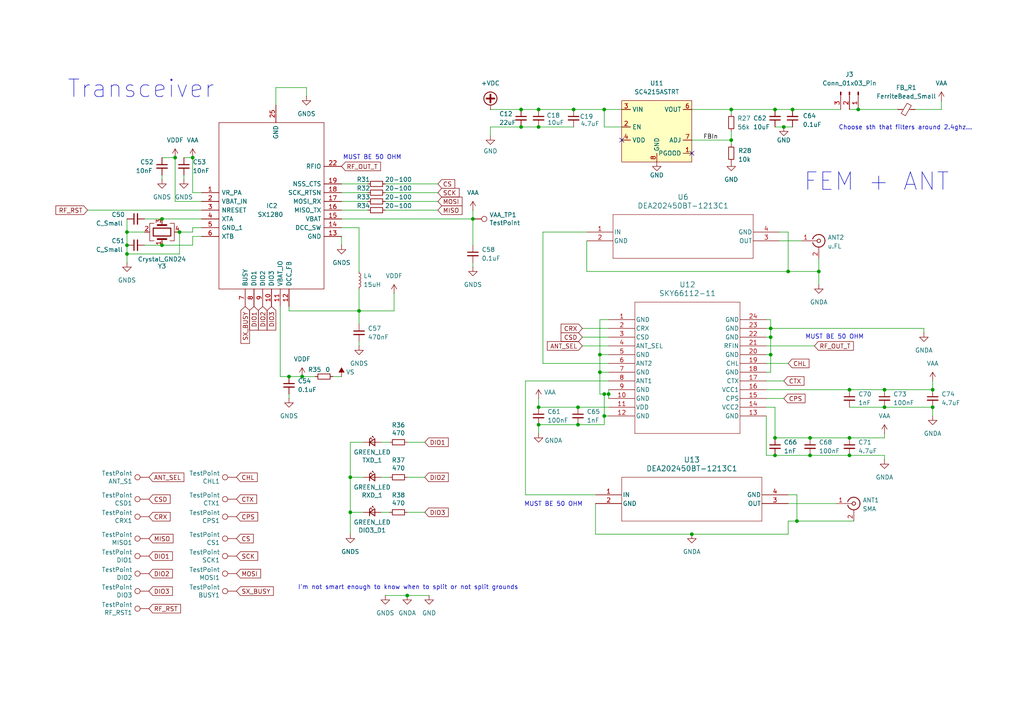
<source format=kicad_sch>
(kicad_sch (version 20231120) (generator "eeschema") (generator_version "8.0")
  (paper "A4")
  (lib_symbols
    (symbol "Connector:Conn_01x03_Pin" (pin_names (offset 1.016) hide)
      (property "Reference" "J" (at 0 5.08 0))
      (property "Value" "Conn_01x03_Pin" (at 0 -5.08 0))
      (symbol "Conn_01x03_Pin_1_1"
        (pin passive line (at 5.08 2.54 180) (length 3.81) (name "Pin_1") (number "1"))
        (pin passive line (at 5.08 0 180) (length 3.81) (name "Pin_2") (number "2"))
        (pin passive line (at 5.08 -2.54 180) (length 3.81) (name "Pin_3") (number "3"))
      )
    )
    (symbol "Connector:Conn_Coaxial" (pin_names (offset 1.016) hide)
      (property "Reference" "J" (at 0.254 3.048 0))
      (property "Value" "Conn_Coaxial" (at 2.921 0 90))
      (symbol "Conn_Coaxial_1_1"
        (pin passive line (at -5.08 0 0) (length 2.54) (name "In") (number "1"))
        (pin passive line (at 0 -5.08 90) (length 2.54) (name "Ext") (number "2"))
      )
    )
    (symbol "Connector:TestPoint" (pin_numbers hide) (pin_names (offset 0.762) hide)
      (property "Reference" "TP" (at 0 6.858 0))
      (property "Value" "TestPoint" (at 0 5.08 0))
      (symbol "TestPoint_1_1"
        (pin passive line (at 0 0 90) (length 2.54) (name "1") (number "1"))
      )
    )
    (symbol "Device:C_Small" (pin_numbers hide) (pin_names (offset 0.254) hide)
      (property "Reference" "C" (at 0.254 1.778 0))
      (property "Value" "C_Small" (at 0.254 -2.032 0))
      (symbol "C_Small_1_1"
        (pin passive line (at 0 2.54 270) (length 2.032) (name "~") (number "1"))
        (pin passive line (at 0 -2.54 90) (length 2.032) (name "~") (number "2"))
      )
    )
    (symbol "Device:Crystal_GND24" (pin_names (offset 1.016) hide)
      (property "Reference" "Y" (at 3.175 5.08 0))
      (property "Value" "Crystal_GND24" (at 3.175 3.175 0))
      (symbol "Crystal_GND24_1_1"
        (pin passive line (at -3.81 0 0) (length 1.27) (name "1") (number "1"))
        (pin passive line (at 0 5.08 270) (length 1.27) (name "2") (number "2"))
        (pin passive line (at 3.81 0 180) (length 1.27) (name "3") (number "3"))
        (pin passive line (at 0 -5.08 90) (length 1.27) (name "4") (number "4"))
      )
    )
    (symbol "Device:FerriteBead_Small" (pin_numbers hide) (pin_names (offset 0))
      (property "Reference" "FB" (at 1.905 1.27 0))
      (property "Value" "FerriteBead_Small" (at 1.905 -1.27 0))
      (symbol "FerriteBead_Small_1_1"
        (pin passive line (at 0 2.54 270) (length 1.27) (name "~") (number "1"))
        (pin passive line (at 0 -2.54 90) (length 1.27) (name "~") (number "2"))
      )
    )
    (symbol "Device:LED_Small" (pin_numbers hide) (pin_names (offset 0.254) hide)
      (property "Reference" "D" (at -1.27 3.175 0))
      (property "Value" "LED_Small" (at -4.445 -2.54 0))
      (symbol "LED_Small_1_1"
        (pin passive line (at -2.54 0 0) (length 1.778) (name "K") (number "1"))
        (pin passive line (at 2.54 0 180) (length 1.778) (name "A") (number "2"))
      )
    )
    (symbol "Device:L_Small" (pin_numbers hide) (pin_names (offset 0.254) hide)
      (property "Reference" "L" (at 0.762 1.016 0))
      (property "Value" "L_Small" (at 0.762 -1.016 0))
      (symbol "L_Small_1_1"
        (pin passive line (at 0 2.54 270) (length 0.508) (name "~") (number "1"))
        (pin passive line (at 0 -2.54 90) (length 0.508) (name "~") (number "2"))
      )
    )
    (symbol "Device:R_Small" (pin_numbers hide) (pin_names (offset 0.254) hide)
      (property "Reference" "R" (at 0.762 0.508 0))
      (property "Value" "R_Small" (at 0.762 -1.016 0))
      (symbol "R_Small_1_1"
        (pin passive line (at 0 2.54 270) (length 0.762) (name "~") (number "1"))
        (pin passive line (at 0 -2.54 90) (length 0.762) (name "~") (number "2"))
      )
    )
    (symbol "SX1280:symbols_SX1280IMLTRT" (pin_names (offset 0.762))
      (property "Reference" "IC" (at 36.83 25.4 0))
      (property "Value" "symbols_SX1280IMLTRT" (at 36.83 22.86 0))
      (symbol "symbols_SX1280IMLTRT_0_0"
        (pin bidirectional line (at 0 0 0) (length 5.08) (name "VR_PA") (number "1"))
        (pin bidirectional line (at 20.32 -33.02 90) (length 5.08) (name "DIO3") (number "10"))
        (pin bidirectional line (at 22.86 -33.02 90) (length 5.08) (name "VBAT_IO") (number "11"))
        (pin bidirectional line (at 25.4 -33.02 90) (length 5.08) (name "DCC_FB") (number "12"))
        (pin bidirectional line (at 40.64 -12.7 180) (length 5.08) (name "GND") (number "13"))
        (pin bidirectional line (at 40.64 -10.16 180) (length 5.08) (name "DCC_SW") (number "14"))
        (pin bidirectional line (at 40.64 -7.62 180) (length 5.08) (name "VBAT") (number "15"))
        (pin bidirectional line (at 40.64 -5.08 180) (length 5.08) (name "MISO_TX") (number "16"))
        (pin bidirectional line (at 40.64 -2.54 180) (length 5.08) (name "MOSI_RX") (number "17"))
        (pin bidirectional line (at 40.64 0 180) (length 5.08) (name "SCK_RTSN") (number "18"))
        (pin bidirectional line (at 40.64 2.54 180) (length 5.08) (name "NSS_CTS") (number "19"))
        (pin bidirectional line (at 0 -2.54 0) (length 5.08) (name "VBAT_IN") (number "2"))
        (pin power_in line (at 21.59 25.4 270) (length 5.08) hide (name "GND") (number "20"))
        (pin power_in line (at 21.59 25.4 270) (length 5.08) hide (name "GND") (number "21"))
        (pin bidirectional line (at 40.64 7.62 180) (length 5.08) (name "RFIO") (number "22"))
        (pin power_in line (at 21.59 25.4 270) (length 5.08) hide (name "GND") (number "23"))
        (pin power_in line (at 21.59 25.4 270) (length 5.08) hide (name "GND") (number "24"))
        (pin power_in line (at 21.59 25.4 270) (length 5.08) (name "GND") (number "25"))
        (pin bidirectional line (at 0 -5.08 0) (length 5.08) (name "NRESET") (number "3"))
        (pin bidirectional line (at 0 -7.62 0) (length 5.08) (name "XTA") (number "4"))
        (pin bidirectional line (at 0 -10.16 0) (length 5.08) (name "GND_1") (number "5"))
        (pin bidirectional line (at 0 -12.7 0) (length 5.08) (name "XTB") (number "6"))
        (pin bidirectional line (at 12.7 -33.02 90) (length 5.08) (name "BUSY") (number "7"))
        (pin bidirectional line (at 15.24 -33.02 90) (length 5.08) (name "DIO1") (number "8"))
        (pin bidirectional line (at 17.78 -33.02 90) (length 5.08) (name "DIO2") (number "9"))
      )
    )
    (symbol "iclr:DEA202450BT-1213C1" (pin_names (offset 0.254))
      (property "Reference" "U" (at 27.94 10.16 0))
      (property "Value" "DEA202450BT-1213C1" (at 27.94 7.62 0))
      (symbol "DEA202450BT-1213C1_1_1"
        (pin input line (at 0 0 0) (length 7.62) (name "IN") (number "1"))
        (pin power_in line (at 0 -2.54 0) (length 7.62) (name "GND") (number "2"))
        (pin output line (at 55.88 -2.54 180) (length 7.62) (name "OUT") (number "3"))
        (pin power_in line (at 55.88 0 180) (length 7.62) (name "GND") (number "4"))
      )
    )
    (symbol "iclr:SC4215ASTRT"
      (property "Reference" "U5" (at 0 4.8428 0))
      (property "Value" "SC4215" (at 0 2.3059 0))
      (symbol "SC4215ASTRT_1_1"
        (pin output line (at 10.16 -13.97 180) (length 2.54) (name "PGOOD") (number "1"))
        (pin input line (at -10.16 -6.35 0) (length 2.54) (name "EN") (number "2"))
        (pin power_in line (at -10.16 -1.27 0) (length 2.54) (name "VIN") (number "3"))
        (pin input line (at -10.16 -10.16 0) (length 2.54) (name "VDD") (number "4"))
        (pin no_connect line (at -10.16 -15.24 0) (length 2.54) hide (name "NC") (number "5"))
        (pin power_out line (at 10.16 -1.27 180) (length 2.54) (name "VOUT") (number "6"))
        (pin input line (at 10.16 -10.16 180) (length 2.54) (name "ADJ") (number "7"))
        (pin power_out line (at 0 -16.51 90) (length 2.54) (name "GND") (number "8"))
        (pin power_out line (at 0 -16.51 90) (length 2.54) hide (name "GND") (number "9"))
      )
    )
    (symbol "iclr:SKY66112-11" (pin_names (offset 0.254))
      (property "Reference" "U" (at 22.86 10.16 0))
      (property "Value" "SKY66112-11" (at 22.86 7.62 0))
      (symbol "SKY66112-11_1_1"
        (pin power_out line (at 0 0 0) (length 7.62) (name "GND") (number "1"))
        (pin power_out line (at 0 -22.86 0) (length 7.62) (name "GND") (number "10"))
        (pin power_in line (at 0 -25.4 0) (length 7.62) (name "VDD") (number "11"))
        (pin power_out line (at 0 -27.94 0) (length 7.62) (name "GND") (number "12"))
        (pin power_out line (at 45.72 -27.94 180) (length 7.62) (name "GND") (number "13"))
        (pin power_in line (at 45.72 -25.4 180) (length 7.62) (name "VCC2") (number "14"))
        (pin unspecified line (at 45.72 -22.86 180) (length 7.62) (name "CPS") (number "15"))
        (pin power_in line (at 45.72 -20.32 180) (length 7.62) (name "VCC1") (number "16"))
        (pin unspecified line (at 45.72 -17.78 180) (length 7.62) (name "CTX") (number "17"))
        (pin power_out line (at 45.72 -15.24 180) (length 7.62) (name "GND") (number "18"))
        (pin unspecified line (at 45.72 -12.7 180) (length 7.62) (name "CHL") (number "19"))
        (pin unspecified line (at 0 -2.54 0) (length 7.62) (name "CRX") (number "2"))
        (pin power_out line (at 45.72 -10.16 180) (length 7.62) (name "GND") (number "20"))
        (pin power_in line (at 45.72 -7.62 180) (length 7.62) (name "RFIN") (number "21"))
        (pin power_out line (at 45.72 -5.08 180) (length 7.62) (name "GND") (number "22"))
        (pin power_out line (at 45.72 -2.54 180) (length 7.62) (name "GND") (number "23"))
        (pin power_out line (at 45.72 0 180) (length 7.62) (name "GND") (number "24"))
        (pin unspecified line (at 0 -5.08 0) (length 7.62) (name "CSD") (number "3"))
        (pin unspecified line (at 0 -7.62 0) (length 7.62) (name "ANT_SEL") (number "4"))
        (pin power_out line (at 0 -10.16 0) (length 7.62) (name "GND") (number "5"))
        (pin bidirectional line (at 0 -12.7 0) (length 7.62) (name "ANT2") (number "6"))
        (pin power_out line (at 0 -15.24 0) (length 7.62) (name "GND") (number "7"))
        (pin bidirectional line (at 0 -17.78 0) (length 7.62) (name "ANT1") (number "8"))
        (pin power_out line (at 0 -20.32 0) (length 7.62) (name "GND") (number "9"))
      )
    )
    (symbol "power:+VDC" (power) (pin_numbers hide) (pin_names (offset 0) hide)
      (property "Value" "+VDC" (at 0 6.35 0))
      (symbol "+VDC_1_1"
        (pin power_in line (at 0 0 90) (length 0) (name "~") (number "1"))
      )
    )
    (symbol "power:GND" (power) (pin_names (offset 0))
      (property "Value" "GND" (at 0 -3.81 0))
      (symbol "GND_1_1"
        (pin power_in line (at 0 0 270) (length 0) hide (name "GND") (number "1"))
      )
    )
    (symbol "power:GNDA" (power) (pin_numbers hide) (pin_names (offset 0) hide)
      (property "Value" "GNDA" (at 0 -3.81 0))
      (symbol "GNDA_1_1"
        (pin power_in line (at 0 0 270) (length 0) (name "~") (number "1"))
      )
    )
    (symbol "power:GNDS" (power) (pin_numbers hide) (pin_names (offset 0) hide)
      (property "Value" "GNDS" (at 0 -3.81 0))
      (symbol "GNDS_1_1"
        (pin power_in line (at 0 0 270) (length 0) (name "~") (number "1"))
      )
    )
    (symbol "power:VAA" (power) (pin_numbers hide) (pin_names (offset 0) hide)
      (property "Value" "VAA" (at 0 3.556 0))
      (symbol "VAA_1_1"
        (pin power_in line (at 0 0 90) (length 0) (name "~") (number "1"))
      )
    )
    (symbol "power:VDDF" (power) (pin_numbers hide) (pin_names (offset 0) hide)
      (property "Value" "VDDF" (at 0 3.556 0))
      (symbol "VDDF_1_1"
        (pin power_in line (at 0 0 90) (length 0) (name "~") (number "1"))
      )
    )
    (symbol "power:VS" (power) (pin_numbers hide) (pin_names (offset 0) hide)
      (property "Value" "VS" (at 0 3.556 0))
      (symbol "VS_1_1"
        (pin power_in line (at 0 0 90) (length 0) (name "~") (number "1"))
      )
    )
  )
  (junction (at 270.51 113.03))
  (junction (at 224.79 127))
  (junction (at 212.09 31.75))
  (junction (at 175.26 120.65))
  (junction (at 173.99 107.95))
  (junction (at 256.54 118.11))
  (junction (at 166.37 31.75))
  (junction (at 176.53 114.3))
  (junction (at 151.13 31.75))
  (junction (at 151.13 36.83))
  (junction (at 229.87 31.75))
  (junction (at 234.95 132.08))
  (junction (at 156.21 118.11))
  (junction (at 36.83 71.12))
  (junction (at 224.79 31.75))
  (junction (at 167.64 123.19))
  (junction (at 246.38 132.08))
  (junction (at 246.38 113.03))
  (junction (at 223.52 95.25))
  (junction (at 223.52 102.87))
  (junction (at 248.92 31.75))
  (junction (at 256.54 113.03))
  (junction (at 227.33 36.83))
  (junction (at 101.6 138.43))
  (junction (at 36.83 73.66))
  (junction (at 156.21 36.83))
  (junction (at 87.63 109.22))
  (junction (at 228.6 78.74))
  (junction (at 231.14 151.13))
  (junction (at 101.6 148.59))
  (junction (at 156.21 31.75))
  (junction (at 224.79 132.08))
  (junction (at 50.8 45.72))
  (junction (at 200.66 154.94))
  (junction (at 167.64 118.11))
  (junction (at 173.99 102.87))
  (junction (at 212.09 40.64))
  (junction (at 83.82 109.22))
  (junction (at 55.88 45.72))
  (junction (at 270.51 118.11))
  (junction (at 234.95 127))
  (junction (at 46.99 63.5))
  (junction (at 237.49 78.74))
  (junction (at 52.07 67.31))
  (junction (at 36.83 67.31))
  (junction (at 156.21 123.19))
  (junction (at 46.99 71.12))
  (junction (at 175.26 31.75))
  (junction (at 223.52 97.79))
  (junction (at 118.11 172.72))
  (junction (at 175.26 114.3))
  (junction (at 246.38 127))
  (junction (at 104.14 90.17))
  (junction (at 137.16 63.5))
  (no_connect (at 180.34 40.64))
  (no_connect (at 200.66 44.45))
  (wire (pts (xy 36.83 67.31) (xy 36.83 63.5)))
  (wire (pts (xy 104.14 66.04) (xy 104.14 78.74)))
  (wire (pts (xy 212.09 31.75) (xy 224.79 31.75)))
  (wire (pts (xy 83.82 90.17) (xy 83.82 88.9)))
  (wire (pts (xy 265.43 31.75) (xy 273.05 31.75)))
  (wire (pts (xy 173.99 107.95) (xy 173.99 114.3)))
  (wire (pts (xy 127 60.96) (xy 111.76 60.96)))
  (wire (pts (xy 46.99 45.72) (xy 50.8 45.72)))
  (wire (pts (xy 222.25 120.65) (xy 222.25 132.08)))
  (wire (pts (xy 142.24 31.75) (xy 151.13 31.75)))
  (wire (pts (xy 200.66 40.64) (xy 212.09 40.64)))
  (wire (pts (xy 168.91 97.79) (xy 176.53 97.79)))
  (wire (pts (xy 168.91 100.33) (xy 176.53 100.33)))
  (wire (pts (xy 226.06 67.31) (xy 228.6 67.31)))
  (wire (pts (xy 172.72 154.94) (xy 172.72 146.05)))
  (wire (pts (xy 223.52 95.25) (xy 223.52 97.79)))
  (wire (pts (xy 224.79 31.75) (xy 229.87 31.75)))
  (wire (pts (xy 212.09 38.1) (xy 212.09 40.64)))
  (wire (pts (xy 142.24 36.83) (xy 142.24 39.37)))
  (wire (pts (xy 223.52 107.95) (xy 222.25 107.95)))
  (wire (pts (xy 50.8 58.42) (xy 50.8 45.72)))
  (wire (pts (xy 41.91 71.12) (xy 46.99 71.12)))
  (wire (pts (xy 256.54 118.11) (xy 270.51 118.11)))
  (wire (pts (xy 267.97 95.25) (xy 267.97 96.52)))
  (wire (pts (xy 168.91 95.25) (xy 176.53 95.25)))
  (wire (pts (xy 228.6 143.51) (xy 231.14 143.51)))
  (wire (pts (xy 104.14 90.17) (xy 104.14 93.98)))
  (wire (pts (xy 223.52 97.79) (xy 223.52 102.87)))
  (wire (pts (xy 118.11 128.27) (xy 123.19 128.27)))
  (wire (pts (xy 25.4 60.96) (xy 58.42 60.96)))
  (wire (pts (xy 175.26 31.75) (xy 180.34 31.75)))
  (wire (pts (xy 248.92 31.75) (xy 260.35 31.75)))
  (wire (pts (xy 127 58.42) (xy 111.76 58.42)))
  (wire (pts (xy 110.49 128.27) (xy 113.03 128.27)))
  (wire (pts (xy 137.16 76.2) (xy 137.16 77.47)))
  (wire (pts (xy 46.99 71.12) (xy 55.88 71.12)))
  (wire (pts (xy 172.72 143.51) (xy 152.4 143.51)))
  (wire (pts (xy 222.25 110.49) (xy 227.33 110.49)))
  (wire (pts (xy 228.6 151.13) (xy 231.14 151.13)))
  (wire (pts (xy 58.42 58.42) (xy 50.8 58.42)))
  (wire (pts (xy 96.52 109.22) (xy 99.06 109.22)))
  (wire (pts (xy 101.6 148.59) (xy 105.41 148.59)))
  (wire (pts (xy 223.52 92.71) (xy 223.52 95.25)))
  (wire (pts (xy 228.6 146.05) (xy 242.57 146.05)))
  (wire (pts (xy 152.4 110.49) (xy 176.53 110.49)))
  (wire (pts (xy 176.53 114.3) (xy 175.26 114.3)))
  (wire (pts (xy 246.38 118.11) (xy 256.54 118.11)))
  (wire (pts (xy 105.41 138.43) (xy 101.6 138.43)))
  (wire (pts (xy 170.18 69.85) (xy 170.18 78.74)))
  (wire (pts (xy 151.13 36.83) (xy 156.21 36.83)))
  (wire (pts (xy 246.38 127) (xy 256.54 127)))
  (wire (pts (xy 81.28 109.22) (xy 83.82 109.22)))
  (wire (pts (xy 104.14 83.82) (xy 104.14 90.17)))
  (wire (pts (xy 237.49 78.74) (xy 237.49 82.55)))
  (wire (pts (xy 104.14 99.06) (xy 104.14 100.33)))
  (wire (pts (xy 222.25 92.71) (xy 223.52 92.71)))
  (wire (pts (xy 224.79 127) (xy 234.95 127)))
  (wire (pts (xy 156.21 36.83) (xy 166.37 36.83)))
  (wire (pts (xy 88.9 25.4) (xy 88.9 27.94)))
  (wire (pts (xy 156.21 31.75) (xy 166.37 31.75)))
  (wire (pts (xy 80.01 25.4) (xy 88.9 25.4)))
  (wire (pts (xy 36.83 73.66) (xy 52.07 73.66)))
  (wire (pts (xy 104.14 90.17) (xy 83.82 90.17)))
  (wire (pts (xy 81.28 88.9) (xy 81.28 109.22)))
  (wire (pts (xy 223.52 95.25) (xy 267.97 95.25)))
  (wire (pts (xy 151.13 31.75) (xy 156.21 31.75)))
  (wire (pts (xy 212.09 31.75) (xy 212.09 33.02)))
  (wire (pts (xy 106.68 53.34) (xy 99.06 53.34)))
  (wire (pts (xy 106.68 58.42) (xy 99.06 58.42)))
  (wire (pts (xy 224.79 132.08) (xy 234.95 132.08)))
  (wire (pts (xy 36.83 71.12) (xy 36.83 73.66)))
  (wire (pts (xy 53.34 45.72) (xy 55.88 45.72)))
  (wire (pts (xy 137.16 60.96) (xy 137.16 63.5)))
  (wire (pts (xy 152.4 110.49) (xy 152.4 143.51)))
  (wire (pts (xy 200.66 154.94) (xy 172.72 154.94)))
  (wire (pts (xy 175.26 120.65) (xy 176.53 120.65)))
  (wire (pts (xy 175.26 120.65) (xy 175.26 123.19)))
  (wire (pts (xy 175.26 36.83) (xy 175.26 31.75)))
  (wire (pts (xy 156.21 123.19) (xy 156.21 125.73)))
  (wire (pts (xy 83.82 114.3) (xy 83.82 115.57)))
  (wire (pts (xy 101.6 138.43) (xy 101.6 148.59)))
  (wire (pts (xy 176.53 114.3) (xy 176.53 115.57)))
  (wire (pts (xy 170.18 67.31) (xy 157.48 67.31)))
  (wire (pts (xy 180.34 36.83) (xy 175.26 36.83)))
  (wire (pts (xy 222.25 115.57) (xy 227.33 115.57)))
  (wire (pts (xy 99.06 68.58) (xy 99.06 71.12)))
  (wire (pts (xy 173.99 114.3) (xy 175.26 114.3)))
  (wire (pts (xy 104.14 90.17) (xy 114.3 90.17)))
  (wire (pts (xy 270.51 118.11) (xy 270.51 120.65)))
  (wire (pts (xy 166.37 31.75) (xy 175.26 31.75)))
  (wire (pts (xy 101.6 128.27) (xy 105.41 128.27)))
  (wire (pts (xy 228.6 154.94) (xy 200.66 154.94)))
  (wire (pts (xy 231.14 143.51) (xy 231.14 151.13)))
  (wire (pts (xy 87.63 109.22) (xy 91.44 109.22)))
  (wire (pts (xy 234.95 132.08) (xy 246.38 132.08)))
  (wire (pts (xy 114.3 85.09) (xy 114.3 90.17)))
  (wire (pts (xy 167.64 118.11) (xy 176.53 118.11)))
  (wire (pts (xy 173.99 102.87) (xy 176.53 102.87)))
  (wire (pts (xy 175.26 114.3) (xy 175.26 120.65)))
  (wire (pts (xy 222.25 105.41) (xy 228.6 105.41)))
  (wire (pts (xy 170.18 78.74) (xy 228.6 78.74)))
  (wire (pts (xy 222.25 132.08) (xy 224.79 132.08)))
  (wire (pts (xy 176.53 107.95) (xy 173.99 107.95)))
  (wire (pts (xy 101.6 138.43) (xy 101.6 128.27)))
  (wire (pts (xy 234.95 127) (xy 246.38 127)))
  (wire (pts (xy 41.91 63.5) (xy 46.99 63.5)))
  (wire (pts (xy 111.76 172.72) (xy 118.11 172.72)))
  (wire (pts (xy 231.14 151.13) (xy 247.65 151.13)))
  (wire (pts (xy 222.25 118.11) (xy 224.79 118.11)))
  (wire (pts (xy 36.83 73.66) (xy 36.83 76.2)))
  (wire (pts (xy 106.68 60.96) (xy 99.06 60.96)))
  (wire (pts (xy 83.82 109.22) (xy 87.63 109.22)))
  (wire (pts (xy 226.06 69.85) (xy 232.41 69.85)))
  (wire (pts (xy 246.38 113.03) (xy 256.54 113.03)))
  (wire (pts (xy 156.21 123.19) (xy 167.64 123.19)))
  (wire (pts (xy 101.6 148.59) (xy 101.6 154.94)))
  (wire (pts (xy 118.11 172.72) (xy 124.46 172.72)))
  (wire (pts (xy 222.25 102.87) (xy 223.52 102.87)))
  (wire (pts (xy 175.26 123.19) (xy 167.64 123.19)))
  (wire (pts (xy 237.49 78.74) (xy 237.49 74.93)))
  (wire (pts (xy 222.25 100.33) (xy 236.22 100.33)))
  (wire (pts (xy 246.38 132.08) (xy 256.54 132.08)))
  (wire (pts (xy 173.99 102.87) (xy 173.99 92.71)))
  (wire (pts (xy 224.79 118.11) (xy 224.79 127)))
  (wire (pts (xy 229.87 31.75) (xy 243.84 31.75)))
  (wire (pts (xy 200.66 31.75) (xy 212.09 31.75)))
  (wire (pts (xy 151.13 36.83) (xy 142.24 36.83)))
  (wire (pts (xy 222.25 113.03) (xy 246.38 113.03)))
  (wire (pts (xy 52.07 67.31) (xy 52.07 73.66)))
  (wire (pts (xy 55.88 66.04) (xy 58.42 66.04)))
  (wire (pts (xy 157.48 105.41) (xy 176.53 105.41)))
  (wire (pts (xy 273.05 31.75) (xy 273.05 29.21)))
  (wire (pts (xy 156.21 118.11) (xy 167.64 118.11)))
  (wire (pts (xy 137.16 63.5) (xy 137.16 71.12)))
  (wire (pts (xy 110.49 148.59) (xy 113.03 148.59)))
  (wire (pts (xy 58.42 68.58) (xy 55.88 68.58)))
  (wire (pts (xy 173.99 92.71) (xy 176.53 92.71)))
  (wire (pts (xy 110.49 138.43) (xy 113.03 138.43)))
  (wire (pts (xy 118.11 148.59) (xy 123.19 148.59)))
  (wire (pts (xy 99.06 63.5) (xy 137.16 63.5)))
  (wire (pts (xy 36.83 67.31) (xy 36.83 71.12)))
  (wire (pts (xy 246.38 31.75) (xy 248.92 31.75)))
  (wire (pts (xy 41.91 67.31) (xy 36.83 67.31)))
  (wire (pts (xy 256.54 125.73) (xy 256.54 127)))
  (wire (pts (xy 256.54 113.03) (xy 270.51 113.03)))
  (wire (pts (xy 270.51 110.49) (xy 270.51 113.03)))
  (wire (pts (xy 55.88 55.88) (xy 55.88 45.72)))
  (wire (pts (xy 106.68 55.88) (xy 99.06 55.88)))
  (wire (pts (xy 224.79 36.83) (xy 227.33 36.83)))
  (wire (pts (xy 46.99 50.8) (xy 46.99 52.07)))
  (wire (pts (xy 228.6 78.74) (xy 237.49 78.74)))
  (wire (pts (xy 157.48 67.31) (xy 157.48 105.41)))
  (wire (pts (xy 55.88 68.58) (xy 55.88 71.12)))
  (wire (pts (xy 173.99 102.87) (xy 173.99 107.95)))
  (wire (pts (xy 127 55.88) (xy 111.76 55.88)))
  (wire (pts (xy 222.25 97.79) (xy 223.52 97.79)))
  (wire (pts (xy 99.06 66.04) (xy 104.14 66.04)))
  (wire (pts (xy 52.07 67.31) (xy 55.88 67.31)))
  (wire (pts (xy 58.42 55.88) (xy 55.88 55.88)))
  (wire (pts (xy 80.01 30.48) (xy 80.01 25.4)))
  (wire (pts (xy 156.21 115.57) (xy 156.21 118.11)))
  (wire (pts (xy 127 53.34) (xy 111.76 53.34)))
  (wire (pts (xy 222.25 95.25) (xy 223.52 95.25)))
  (wire (pts (xy 46.99 63.5) (xy 58.42 63.5)))
  (wire (pts (xy 212.09 40.64) (xy 212.09 41.91)))
  (wire (pts (xy 118.11 138.43) (xy 123.19 138.43)))
  (wire (pts (xy 256.54 132.08) (xy 256.54 133.35)))
  (wire (pts (xy 228.6 151.13) (xy 228.6 154.94)))
  (wire (pts (xy 176.53 113.03) (xy 176.53 114.3)))
  (wire (pts (xy 223.52 102.87) (xy 223.52 107.95)))
  (wire (pts (xy 53.34 50.8) (xy 53.34 52.07)))
  (wire (pts (xy 55.88 67.31) (xy 55.88 66.04)))
  (wire (pts (xy 228.6 67.31) (xy 228.6 78.74)))
  (wire (pts (xy 227.33 36.83) (xy 229.87 36.83)))
  (text "FEM + ANT\n" (at 254.254 52.832 0) (effects (font (size 5.08 5.08))))
  (text "MUST BE 50 OHM\n" (at 242.062 97.79 0) (effects (font (size 1.27 1.27))))
  (text "Transceiver\n" (at 40.894 25.908 0) (effects (font (size 5.08 5.08))))
  (text "MUST BE 50 OHM\n" (at 107.95 45.72 0) (effects (font (size 1.27 1.27))))
  (text "Choose sth that filters around 2.4ghz...\n" (at 262.636 37.084 0) (effects (font (size 1.27 1.27))))
  (text "MUST BE 50 OHM\n" (at 160.528 146.304 0) (effects (font (size 1.27 1.27))))
  (text "I'm not smart enough to know when to split or not split grounds\n" (at 118.364 170.434 0) (effects (font (size 1.27 1.27))))
  (label "FBIn" (at 208.28 40.64 180))
  (global_label "CSD" (shape input) (at 168.91 97.79 180) (property "Intersheetrefs" "${INTERSHEET_REFS}" (effects (hide yes))))
  (global_label "CTX" (shape input) (at 227.33 110.49 0) (property "Intersheetrefs" "${INTERSHEET_REFS}" (effects (hide yes))))
  (global_label "CRX" (shape input) (at 43.18 149.86 0) (property "Intersheetrefs" "${INTERSHEET_REFS}" (effects (hide yes))))
  (global_label "CHL" (shape input) (at 228.6 105.41 0) (property "Intersheetrefs" "${INTERSHEET_REFS}" (effects (hide yes))))
  (global_label "DIO2" (shape input) (at 43.18 166.37 0) (property "Intersheetrefs" "${INTERSHEET_REFS}" (effects (hide yes))))
  (global_label "RF_RST" (shape input) (at 25.4 60.96 180) (property "Intersheetrefs" "${INTERSHEET_REFS}" (effects (hide yes))))
  (global_label "DIO2" (shape input) (at 123.19 138.43 0) (property "Intersheetrefs" "${INTERSHEET_REFS}" (effects (hide yes))))
  (global_label "ANT_SEL" (shape input) (at 43.18 138.43 0) (property "Intersheetrefs" "${INTERSHEET_REFS}" (effects (hide yes))))
  (global_label "SCK" (shape input) (at 68.58 161.29 0) (property "Intersheetrefs" "${INTERSHEET_REFS}" (effects (hide yes))))
  (global_label "CSD" (shape input) (at 43.18 144.78 0) (property "Intersheetrefs" "${INTERSHEET_REFS}" (effects (hide yes))))
  (global_label "CPS" (shape input) (at 68.58 149.86 0) (property "Intersheetrefs" "${INTERSHEET_REFS}" (effects (hide yes))))
  (global_label "MOSI" (shape input) (at 68.58 166.37 0) (property "Intersheetrefs" "${INTERSHEET_REFS}" (effects (hide yes))))
  (global_label "DIO1" (shape input) (at 123.19 128.27 0) (property "Intersheetrefs" "${INTERSHEET_REFS}" (effects (hide yes))))
  (global_label "DIO3" (shape input) (at 123.19 148.59 0) (property "Intersheetrefs" "${INTERSHEET_REFS}" (effects (hide yes))))
  (global_label "SCK" (shape input) (at 127 55.88 0) (property "Intersheetrefs" "${INTERSHEET_REFS}" (effects (hide yes))))
  (global_label "DIO1" (shape input) (at 73.66 88.9 270) (property "Intersheetrefs" "${INTERSHEET_REFS}" (effects (hide yes))))
  (global_label "MISO" (shape input) (at 43.18 156.21 0) (property "Intersheetrefs" "${INTERSHEET_REFS}" (effects (hide yes))))
  (global_label "DIO3" (shape input) (at 43.18 171.45 0) (property "Intersheetrefs" "${INTERSHEET_REFS}" (effects (hide yes))))
  (global_label "SX_BUSY" (shape input) (at 71.12 88.9 270) (property "Intersheetrefs" "${INTERSHEET_REFS}" (effects (hide yes))))
  (global_label "MISO" (shape input) (at 127 60.96 0) (property "Intersheetrefs" "${INTERSHEET_REFS}" (effects (hide yes))))
  (global_label "CRX" (shape input) (at 168.91 95.25 180) (property "Intersheetrefs" "${INTERSHEET_REFS}" (effects (hide yes))))
  (global_label "RF_RST" (shape input) (at 43.18 176.53 0) (property "Intersheetrefs" "${INTERSHEET_REFS}" (effects (hide yes))))
  (global_label "CS" (shape input) (at 68.58 156.21 0) (property "Intersheetrefs" "${INTERSHEET_REFS}" (effects (hide yes))))
  (global_label "DIO2" (shape input) (at 76.2 88.9 270) (property "Intersheetrefs" "${INTERSHEET_REFS}" (effects (hide yes))))
  (global_label "ANT_SEL" (shape input) (at 168.91 100.33 180) (property "Intersheetrefs" "${INTERSHEET_REFS}" (effects (hide yes))))
  (global_label "CS" (shape input) (at 127 53.34 0) (property "Intersheetrefs" "${INTERSHEET_REFS}" (effects (hide yes))))
  (global_label "RF_OUT_T" (shape input) (at 99.06 48.26 0) (property "Intersheetrefs" "${INTERSHEET_REFS}" (effects (hide yes))))
  (global_label "DIO1" (shape input) (at 43.18 161.29 0) (property "Intersheetrefs" "${INTERSHEET_REFS}" (effects (hide yes))))
  (global_label "CPS" (shape input) (at 227.33 115.57 0) (property "Intersheetrefs" "${INTERSHEET_REFS}" (effects (hide yes))))
  (global_label "CHL" (shape input) (at 68.58 138.43 0) (property "Intersheetrefs" "${INTERSHEET_REFS}" (effects (hide yes))))
  (global_label "RF_OUT_T" (shape input) (at 236.22 100.33 0) (property "Intersheetrefs" "${INTERSHEET_REFS}" (effects (hide yes))))
  (global_label "MOSI" (shape input) (at 127 58.42 0) (property "Intersheetrefs" "${INTERSHEET_REFS}" (effects (hide yes))))
  (global_label "CTX" (shape input) (at 68.58 144.78 0) (property "Intersheetrefs" "${INTERSHEET_REFS}" (effects (hide yes))))
  (global_label "SX_BUSY" (shape input) (at 68.58 171.45 0) (property "Intersheetrefs" "${INTERSHEET_REFS}" (effects (hide yes))))
  (global_label "DIO3" (shape input) (at 78.74 88.9 270) (property "Intersheetrefs" "${INTERSHEET_REFS}" (effects (hide yes))))
  (symbol (lib_id "Connector:TestPoint") (at 68.58 161.29 90) (unit 1)
    (property "Reference" "SCK1" (at 63.8048 162.4584 90) (effects (justify left)))
    (property "Value" "TestPoint" (at 63.8048 160.147 90) (effects (justify left)))
    (property "Footprint" "TestPoint:TestPoint_Pad_D1.0mm" (effects (hide yes)))
  )
  (symbol (lib_id "power:GNDS") (at 137.16 77.47 0) (unit 1)
    (property "Reference" "#PWR090" (effects (hide yes)))
    (property "Value" "GNDS" (at 137.16 82.55 0))
    (property "Description" "Power symbol creates a global label with name \"GNDS\" , signal ground" (effects (hide yes)))
  )
  (symbol (lib_id "Device:R_Small") (at 115.57 148.59 270) (unit 1)
    (property "Reference" "R38" (at 115.57 143.6116 90))
    (property "Value" "470" (at 115.57 145.923 90))
    (property "Footprint" "Resistor_SMD:R_0402_1005Metric" (effects (hide yes)))
  )
  (symbol (lib_id "power:GNDS") (at 99.06 71.12 0) (unit 1)
    (property "Reference" "#PWR088" (effects (hide yes)))
    (property "Value" "GNDS" (at 99.06 76.2 0))
    (property "Description" "Power symbol creates a global label with name \"GNDS\" , signal ground" (effects (hide yes)))
  )
  (symbol (lib_id "power:GND") (at 142.24 39.37 0) (unit 1)
    (property "Reference" "#PWR015" (effects (hide yes)))
    (property "Value" "GND" (at 142.24 43.8134 0))
  )
  (symbol (lib_id "Device:C_Small") (at 53.34 48.26 0) (unit 1)
    (property "Reference" "C53" (at 55.88 46.9962 0) (effects (justify left)))
    (property "Value" "10nF" (at 55.88 49.5362 0) (effects (justify left)))
    (property "Footprint" "Capacitor_SMD:C_0402_1005Metric" (effects (hide yes)))
    (property "Description" "Unpolarized capacitor, small symbol" (effects (hide yes)))
  )
  (symbol (lib_id "power:VAA") (at 156.21 115.57 0) (unit 1)
    (property "Reference" "#PWR097" (effects (hide yes)))
    (property "Value" "VAA" (at 159.512 113.792 0))
    (property "Description" "Power symbol creates a global label with name \"VAA\"" (effects (hide yes)))
  )
  (symbol (lib_id "Connector:TestPoint") (at 68.58 138.43 90) (unit 1)
    (property "Reference" "CHL1" (at 63.8048 139.5984 90) (effects (justify left)))
    (property "Value" "TestPoint" (at 63.8048 137.287 90) (effects (justify left)))
    (property "Footprint" "TestPoint:TestPoint_Pad_D1.0mm" (effects (hide yes)))
  )
  (symbol (lib_id "Device:C_Small") (at 39.37 63.5 90) (unit 1)
    (property "Reference" "C50" (at 34.29 62.23 90))
    (property "Value" "C_Small" (at 31.75 64.77 90))
    (property "Footprint" "Capacitor_SMD:C_0402_1005Metric" (effects (hide yes)))
    (property "Description" "Unpolarized capacitor, small symbol" (effects (hide yes)))
  )
  (symbol (lib_id "iclr:DEA202450BT-1213C1") (at 170.18 67.31 0) (unit 1)
    (property "Reference" "U6" (at 198.12 57.15 0) (effects (font (size 1.524 1.524))))
    (property "Value" "DEA202450BT-1213C1" (at 198.12 59.69 0) (effects (font (size 1.524 1.524))))
    (property "Footprint" "iclr:DEA-4_2P0X1P25" (effects (hide yes)))
    (property "Datasheet" "DEA202450BT-1213C1" (effects (hide yes)))
  )
  (symbol (lib_id "Connector:Conn_Coaxial") (at 237.49 69.85 0) (unit 1)
    (property "Reference" "ANT2" (at 240.03 68.8731 0) (effects (justify left)))
    (property "Value" "u.FL" (at 240.03 71.4131 0) (effects (justify left)))
    (property "Footprint" "Connector_Coaxial:U.FL_Hirose_U.FL-R-SMT-1_Vertical" (effects (hide yes)))
    (property "Description" "coaxial connector (BNC, SMA, SMB, SMC, Cinch/RCA, LEMO, ...)" (effects (hide yes)))
  )
  (symbol (lib_id "Connector:Conn_Coaxial") (at 247.65 146.05 0) (unit 1)
    (property "Reference" "ANT1" (at 250.19 145.0731 0) (effects (justify left)))
    (property "Value" "SMA" (at 250.19 147.6131 0) (effects (justify left)))
    (property "Footprint" "Connector_Coaxial:SMA_Molex_73251-1153_EdgeMount_Horizontal" (effects (hide yes)))
    (property "Description" "coaxial connector (BNC, SMA, SMB, SMC, Cinch/RCA, LEMO, ...)" (effects (hide yes)))
  )
  (symbol (lib_id "Connector:TestPoint") (at 43.18 156.21 90) (unit 1)
    (property "Reference" "MISO1" (at 38.4048 157.3784 90) (effects (justify left)))
    (property "Value" "TestPoint" (at 38.4048 155.067 90) (effects (justify left)))
    (property "Footprint" "TestPoint:TestPoint_Pad_D1.0mm" (effects (hide yes)))
  )
  (symbol (lib_id "Connector:TestPoint") (at 68.58 144.78 90) (unit 1)
    (property "Reference" "CTX1" (at 63.8048 145.9484 90) (effects (justify left)))
    (property "Value" "TestPoint" (at 63.8048 143.637 90) (effects (justify left)))
    (property "Footprint" "TestPoint:TestPoint_Pad_D1.0mm" (effects (hide yes)))
  )
  (symbol (lib_id "Connector:TestPoint") (at 43.18 144.78 90) (unit 1)
    (property "Reference" "CSD1" (at 38.4048 145.9484 90) (effects (justify left)))
    (property "Value" "TestPoint" (at 38.4048 143.637 90) (effects (justify left)))
    (property "Footprint" "TestPoint:TestPoint_Pad_D1.0mm" (effects (hide yes)))
  )
  (symbol (lib_id "Device:L_Small") (at 104.14 81.28 0) (unit 1)
    (property "Reference" "L4" (at 105.41 80.0099 0) (effects (justify left)))
    (property "Value" "15uH" (at 105.41 82.5499 0) (effects (justify left)))
    (property "Footprint" "Capacitor_SMD:C_0603_1608Metric" (effects (hide yes)))
    (property "Description" "Inductor, small symbol" (effects (hide yes)))
  )
  (symbol (lib_id "power:GND") (at 212.09 46.99 0) (unit 1)
    (property "Reference" "#PWR096" (effects (hide yes)))
    (property "Value" "GND" (at 212.09 52.07 0))
  )
  (symbol (lib_id "Device:C_Small") (at 224.79 129.54 0) (unit 1)
    (property "Reference" "C66" (at 227.33 128.2762 0) (effects (justify left)))
    (property "Value" "1nF" (at 227.33 130.8162 0) (effects (justify left)))
    (property "Footprint" "Capacitor_SMD:C_0402_1005Metric" (effects (hide yes)))
    (property "Description" "Unpolarized capacitor, small symbol" (effects (hide yes)))
  )
  (symbol (lib_id "SX1280:symbols_SX1280IMLTRT") (at 58.42 55.88 0) (unit 1)
    (property "Reference" "IC2" (at 77.216 59.69 0) (effects (justify left)))
    (property "Value" "SX1280" (at 74.676 62.23 0) (effects (justify left)))
    (property "Footprint" "iclr:QFN50P400X400X95-24N" (effects (hide yes)))
    (property "Datasheet" "http://www.semtech.com/images/datasheet/sx1280_81.pdf" (effects (hide yes)))
    (property "Description_1" "RF Transceiver Long range 2.4 GHz Wireless Transceiver" (effects (hide yes)))
    (property "Height" "0.8" (effects (hide yes)))
    (property "Manufacturer_Name" "SEMTECH" (effects (hide yes)))
    (property "Manufacturer_Part_Number" "SX1280IMLTRT" (effects (hide yes)))
    (property "Mouser Part Number" "947-SX1280IMLTRT" (effects (hide yes)))
    (property "Mouser Price/Stock" "https://www.mouser.com/Search/Refine.aspx?Keyword=947-SX1280IMLTRT" (effects (hide yes)))
  )
  (symbol (lib_id "Device:C_Small") (at 137.16 73.66 0) (unit 1)
    (property "Reference" "C58" (at 139.7 72.3962 0) (effects (justify left)))
    (property "Value" "0.1uF" (at 139.7 74.9362 0) (effects (justify left)))
    (property "Footprint" "Capacitor_SMD:C_0402_1005Metric" (effects (hide yes)))
    (property "Description" "Unpolarized capacitor, small symbol" (effects (hide yes)))
  )
  (symbol (lib_id "Device:C_Small") (at 246.38 129.54 0) (unit 1)
    (property "Reference" "C71" (at 248.92 128.2762 0) (effects (justify left)))
    (property "Value" "4.7uF" (at 248.92 130.8162 0) (effects (justify left)))
    (property "Footprint" "Capacitor_SMD:C_0603_1608Metric" (effects (hide yes)))
    (property "Description" "Unpolarized capacitor, small symbol" (effects (hide yes)))
  )
  (symbol (lib_id "power:VAA") (at 137.16 60.96 0) (unit 1)
    (property "Reference" "#PWR054" (effects (hide yes)))
    (property "Value" "VAA" (at 137.16 55.88 0))
    (property "Description" "Power symbol creates a global label with name \"VAA\"" (effects (hide yes)))
  )
  (symbol (lib_id "power:GNDA") (at 200.66 154.94 0) (unit 1)
    (property "Reference" "#PWR0106" (effects (hide yes)))
    (property "Value" "GNDA" (at 200.66 160.02 0))
    (property "Description" "Power symbol creates a global label with name \"GNDA\" , analog ground" (effects (hide yes)))
  )
  (symbol (lib_id "Device:R_Small") (at 109.22 60.96 270) (unit 1)
    (property "Reference" "R34" (at 105.41 59.69 90))
    (property "Value" "20-100" (at 115.57 59.69 90))
    (property "Footprint" "Resistor_SMD:R_0402_1005Metric" (effects (hide yes)))
  )
  (symbol (lib_id "Device:R_Small") (at 212.09 44.45 0) (unit 1)
    (property "Reference" "R28" (at 214.104 43.6997 0) (effects (justify left)))
    (property "Value" "10k" (at 214.104 46.2397 0) (effects (justify left)))
    (property "Footprint" "Resistor_SMD:R_0402_1005Metric" (effects (hide yes)))
  )
  (symbol (lib_id "Device:C_Small") (at 83.82 111.76 0) (unit 1)
    (property "Reference" "C54" (at 86.36 110.4962 0) (effects (justify left)))
    (property "Value" "0.1uF" (at 86.36 113.0362 0) (effects (justify left)))
    (property "Footprint" "Capacitor_SMD:C_0402_1005Metric" (effects (hide yes)))
    (property "Description" "Unpolarized capacitor, small symbol" (effects (hide yes)))
  )
  (symbol (lib_id "Connector:TestPoint") (at 43.18 176.53 90) (unit 1)
    (property "Reference" "RF_RST1" (at 38.4048 177.6984 90) (effects (justify left)))
    (property "Value" "TestPoint" (at 38.4048 175.387 90) (effects (justify left)))
    (property "Footprint" "TestPoint:TestPoint_Pad_D1.0mm" (effects (hide yes)))
  )
  (symbol (lib_id "power:GNDA") (at 267.97 96.52 0) (unit 1)
    (property "Reference" "#PWR0103" (effects (hide yes)))
    (property "Value" "GNDA" (at 267.97 101.6 0))
    (property "Description" "Power symbol creates a global label with name \"GNDA\" , analog ground" (effects (hide yes)))
  )
  (symbol (lib_id "Connector:TestPoint") (at 137.16 63.5 270) (unit 1)
    (property "Reference" "VAA_TP1" (at 141.9352 62.3316 90) (effects (justify left)))
    (property "Value" "TestPoint" (at 141.9352 64.643 90) (effects (justify left)))
    (property "Footprint" "TestPoint:TestPoint_Pad_D1.0mm" (effects (hide yes)))
  )
  (symbol (lib_id "power:VAA") (at 270.51 110.49 0) (unit 1)
    (property "Reference" "#PWR0104" (effects (hide yes)))
    (property "Value" "VAA" (at 270.51 105.41 0))
    (property "Description" "Power symbol creates a global label with name \"VAA\"" (effects (hide yes)))
  )
  (symbol (lib_id "power:GNDA") (at 256.54 133.35 0) (unit 1)
    (property "Reference" "#PWR0102" (effects (hide yes)))
    (property "Value" "GNDA" (at 256.54 138.43 0))
    (property "Description" "Power symbol creates a global label with name \"GNDA\" , analog ground" (effects (hide yes)))
  )
  (symbol (lib_id "Device:C_Small") (at 156.21 34.29 0) (unit 1)
    (property "Reference" "C18" (at 158.5341 33.4616 0) (effects (justify left)))
    (property "Value" "10uF" (at 158.75 35.56 0) (effects (justify left)))
    (property "Footprint" "Capacitor_SMD:C_0402_1005Metric" (effects (hide yes)))
  )
  (symbol (lib_id "Device:LED_Small") (at 107.95 138.43 0) (unit 1)
    (property "Reference" "RXD_1" (at 107.95 143.637 0))
    (property "Value" "GREEN_LED" (at 107.95 141.3256 0))
    (property "Footprint" "Resistor_SMD:R_0402_1005Metric" (effects (hide yes)))
  )
  (symbol (lib_id "Device:C_Small") (at 39.37 71.12 90) (unit 1)
    (property "Reference" "C51" (at 34.29 69.85 90))
    (property "Value" "C_Small" (at 31.75 72.39 90))
    (property "Footprint" "Capacitor_SMD:C_0402_1005Metric" (effects (hide yes)))
    (property "Description" "Unpolarized capacitor, small symbol" (effects (hide yes)))
  )
  (symbol (lib_id "Connector:TestPoint") (at 68.58 156.21 90) (unit 1)
    (property "Reference" "CS1" (at 63.8048 157.3784 90) (effects (justify left)))
    (property "Value" "TestPoint" (at 63.8048 155.067 90) (effects (justify left)))
    (property "Footprint" "TestPoint:TestPoint_Pad_D1.0mm" (effects (hide yes)))
  )
  (symbol (lib_id "Connector:TestPoint") (at 43.18 138.43 90) (unit 1)
    (property "Reference" "ANT_S1" (at 38.4048 139.5984 90) (effects (justify left)))
    (property "Value" "TestPoint" (at 38.4048 137.287 90) (effects (justify left)))
    (property "Footprint" "TestPoint:TestPoint_Pad_D1.0mm" (effects (hide yes)))
  )
  (symbol (lib_id "Device:R_Small") (at 115.57 138.43 270) (unit 1)
    (property "Reference" "R37" (at 115.57 133.4516 90))
    (property "Value" "470" (at 115.57 135.763 90))
    (property "Footprint" "Resistor_SMD:R_0402_1005Metric" (effects (hide yes)))
  )
  (symbol (lib_id "Device:C_Small") (at 256.54 115.57 0) (unit 1)
    (property "Reference" "C73" (at 259.08 114.3062 0) (effects (justify left)))
    (property "Value" "100nF" (at 259.08 116.8462 0) (effects (justify left)))
    (property "Footprint" "Capacitor_SMD:C_0402_1005Metric" (effects (hide yes)))
    (property "Description" "Unpolarized capacitor, small symbol" (effects (hide yes)))
  )
  (symbol (lib_id "power:VAA") (at 256.54 125.73 0) (unit 1)
    (property "Reference" "#PWR0101" (effects (hide yes)))
    (property "Value" "VAA" (at 256.54 120.65 0))
    (property "Description" "Power symbol creates a global label with name \"VAA\"" (effects (hide yes)))
  )
  (symbol (lib_id "power:GNDS") (at 111.76 172.72 0) (unit 1)
    (property "Reference" "#PWR046" (effects (hide yes)))
    (property "Value" "GNDS" (at 111.76 177.8 0))
    (property "Description" "Power symbol creates a global label with name \"GNDS\" , signal ground" (effects (hide yes)))
  )
  (symbol (lib_id "Device:C_Small") (at 224.79 34.29 180) (unit 1)
    (property "Reference" "C62" (at 218.44 34.29 0) (effects (justify right)))
    (property "Value" "10uF" (at 218.44 36.83 0) (effects (justify right)))
    (property "Footprint" "Capacitor_SMD:C_0402_1005Metric" (effects (hide yes)))
  )
  (symbol (lib_id "power:+VDC") (at 142.24 31.75 0) (unit 1)
    (property "Reference" "#PWR057" (effects (hide yes)))
    (property "Value" "+VDC" (at 142.24 24.13 0))
    (property "Description" "Power symbol creates a global label with name \"+VDC\"" (effects (hide yes)))
  )
  (symbol (lib_id "Device:C_Small") (at 166.37 34.29 0) (unit 1)
    (property "Reference" "C19" (at 168.1536 33.7968 0) (effects (justify left)))
    (property "Value" "4.7uF" (at 168.3695 35.8952 0) (effects (justify left)))
    (property "Footprint" "Capacitor_SMD:C_0402_1005Metric" (effects (hide yes)))
  )
  (symbol (lib_id "power:GND") (at 190.5 46.99 0) (unit 1)
    (property "Reference" "#PWR094" (effects (hide yes)))
    (property "Value" "GND" (at 190.5 50.8 0))
  )
  (symbol (lib_id "power:GNDA") (at 156.21 125.73 0) (unit 1)
    (property "Reference" "#PWR098" (effects (hide yes)))
    (property "Value" "GNDA" (at 160.528 127.762 0))
    (property "Description" "Power symbol creates a global label with name \"GNDA\" , analog ground" (effects (hide yes)))
  )
  (symbol (lib_id "power:VDDF") (at 114.3 85.09 0) (unit 1)
    (property "Reference" "#PWR059" (effects (hide yes)))
    (property "Value" "VDDF" (at 114.3 80.01 0))
    (property "Description" "Power symbol creates a global label with name \"VDDF\"" (effects (hide yes)))
  )
  (symbol (lib_id "power:GNDS") (at 36.83 76.2 0) (unit 1)
    (property "Reference" "#PWR078" (effects (hide yes)))
    (property "Value" "GNDS" (at 36.83 81.28 0))
    (property "Description" "Power symbol creates a global label with name \"GNDS\" , signal ground" (effects (hide yes)))
  )
  (symbol (lib_id "Device:R_Small") (at 212.09 35.56 0) (unit 1)
    (property "Reference" "R27" (at 213.8467 34.3305 0) (effects (justify left)))
    (property "Value" "56k" (at 213.8467 36.8705 0) (effects (justify left)))
    (property "Footprint" "Resistor_SMD:R_0402_1005Metric" (effects (hide yes)))
  )
  (symbol (lib_id "power:GND") (at 227.33 36.83 0) (unit 1)
    (property "Reference" "#PWR099" (effects (hide yes)))
    (property "Value" "GND" (at 227.33 40.64 0))
  )
  (symbol (lib_id "Connector:TestPoint") (at 43.18 166.37 90) (unit 1)
    (property "Reference" "DIO2" (at 38.4048 167.5384 90) (effects (justify left)))
    (property "Value" "TestPoint" (at 38.4048 165.227 90) (effects (justify left)))
    (property "Footprint" "TestPoint:TestPoint_Pad_D1.0mm" (effects (hide yes)))
  )
  (symbol (lib_id "Device:C_Small") (at 246.38 115.57 0) (unit 1)
    (property "Reference" "C70" (at 248.92 114.3062 0) (effects (justify left)))
    (property "Value" "1nF" (at 248.92 116.8462 0) (effects (justify left)))
    (property "Footprint" "Capacitor_SMD:C_0402_1005Metric" (effects (hide yes)))
    (property "Description" "Unpolarized capacitor, small symbol" (effects (hide yes)))
  )
  (symbol (lib_id "power:GNDS") (at 53.34 52.07 0) (unit 1)
    (property "Reference" "#PWR081" (effects (hide yes)))
    (property "Value" "GNDS" (at 53.34 57.15 0))
    (property "Description" "Power symbol creates a global label with name \"GNDS\" , signal ground" (effects (hide yes)))
  )
  (symbol (lib_id "power:VDDF") (at 87.63 109.22 0) (unit 1)
    (property "Reference" "#PWR063" (effects (hide yes)))
    (property "Value" "VDDF" (at 87.63 104.14 0))
    (property "Description" "Power symbol creates a global label with name \"VDDF\"" (effects (hide yes)))
  )
  (symbol (lib_id "power:GND") (at 124.46 172.72 0) (unit 1)
    (property "Reference" "#PWR051" (effects (hide yes)))
    (property "Value" "GND" (at 124.46 177.8 0))
  )
  (symbol (lib_id "Connector:TestPoint") (at 43.18 171.45 90) (unit 1)
    (property "Reference" "DIO3" (at 38.4048 172.6184 90) (effects (justify left)))
    (property "Value" "TestPoint" (at 38.4048 170.307 90) (effects (justify left)))
    (property "Footprint" "TestPoint:TestPoint_Pad_D1.0mm" (effects (hide yes)))
  )
  (symbol (lib_id "Device:C_Small") (at 151.13 34.29 0) (unit 1)
    (property "Reference" "C12" (at 144.78 33.0231 0) (effects (justify left)))
    (property "Value" "22uF" (at 144.78 35.56 0) (effects (justify left)))
    (property "Footprint" "Capacitor_SMD:C_0603_1608Metric" (effects (hide yes)))
  )
  (symbol (lib_id "Device:Crystal_GND24") (at 46.99 67.31 90) (unit 1)
    (property "Reference" "Y3" (at 46.99 77.216 90))
    (property "Value" "Crystal_GND24" (at 46.99 75.184 90))
    (property "Footprint" "Crystal:Crystal_SMD_2016-4Pin_2.0x1.6mm" (effects (hide yes)))
    (property "Description" "Four pin crystal, GND on pins 2 and 4" (effects (hide yes)))
  )
  (symbol (lib_id "power:VAA") (at 273.05 29.21 0) (unit 1)
    (property "Reference" "#PWR0100" (effects (hide yes)))
    (property "Value" "VAA" (at 273.05 24.13 0))
    (property "Description" "Power symbol creates a global label with name \"VAA\"" (effects (hide yes)))
  )
  (symbol (lib_id "iclr:DEA202450BT-1213C1") (at 172.72 143.51 0) (unit 1)
    (property "Reference" "U13" (at 200.66 133.35 0) (effects (font (size 1.524 1.524))))
    (property "Value" "DEA202450BT-1213C1" (at 200.66 135.89 0) (effects (font (size 1.524 1.524))))
    (property "Footprint" "iclr:DEA-4_2P0X1P25" (effects (hide yes)))
    (property "Datasheet" "DEA202450BT-1213C1" (effects (hide yes)))
  )
  (symbol (lib_id "Device:R_Small") (at 109.22 58.42 270) (unit 1)
    (property "Reference" "R33" (at 105.41 57.15 90))
    (property "Value" "20-100" (at 115.57 57.15 90))
    (property "Footprint" "Resistor_SMD:R_0402_1005Metric" (effects (hide yes)))
  )
  (symbol (lib_id "Device:R_Small") (at 93.98 109.22 90) (unit 1)
    (property "Reference" "R35" (at 93.2297 107.206 90) (effects (justify left)))
    (property "Value" "0" (at 95.7697 107.206 90) (effects (justify left)))
    (property "Footprint" "Resistor_SMD:R_0603_1608Metric" (effects (hide yes)))
  )
  (symbol (lib_id "power:GNDS") (at 101.6 154.94 0) (unit 1)
    (property "Reference" "#PWR061" (effects (hide yes)))
    (property "Value" "GNDS" (at 101.6 160.02 0))
    (property "Description" "Power symbol creates a global label with name \"GNDS\" , signal ground" (effects (hide yes)))
  )
  (symbol (lib_id "Device:C_Small") (at 167.64 120.65 0) (unit 1)
    (property "Reference" "C65" (at 170.18 119.3862 0) (effects (justify left)))
    (property "Value" "1nF" (at 170.18 121.9262 0) (effects (justify left)))
    (property "Footprint" "Capacitor_SMD:C_0402_1005Metric" (effects (hide yes)))
    (property "Description" "Unpolarized capacitor, small symbol" (effects (hide yes)))
  )
  (symbol (lib_id "Device:FerriteBead_Small") (at 262.89 31.75 90) (unit 1)
    (property "Reference" "FB_R1" (at 262.8519 25.4 90))
    (property "Value" "FerriteBead_Small" (at 262.8519 27.94 90))
    (property "Footprint" "Inductor_SMD:L_0603_1608Metric" (effects (hide yes)))
    (property "Description" "Ferrite bead, small symbol" (effects (hide yes)))
  )
  (symbol (lib_id "power:GNDA") (at 118.11 172.72 0) (unit 1)
    (property "Reference" "#PWR049" (effects (hide yes)))
    (property "Value" "GNDA" (at 118.11 177.8 0))
    (property "Description" "Power symbol creates a global label with name \"GNDA\" , analog ground" (effects (hide yes)))
  )
  (symbol (lib_id "Device:C_Small") (at 234.95 129.54 0) (unit 1)
    (property "Reference" "C68" (at 237.49 128.2762 0) (effects (justify left)))
    (property "Value" "100nF" (at 237.49 130.8162 0) (effects (justify left)))
    (property "Footprint" "Capacitor_SMD:C_0402_1005Metric" (effects (hide yes)))
    (property "Description" "Unpolarized capacitor, small symbol" (effects (hide yes)))
  )
  (symbol (lib_id "Connector:TestPoint") (at 68.58 166.37 90) (unit 1)
    (property "Reference" "MOSI1" (at 63.8048 167.5384 90) (effects (justify left)))
    (property "Value" "TestPoint" (at 63.8048 165.227 90) (effects (justify left)))
    (property "Footprint" "TestPoint:TestPoint_Pad_D1.0mm" (effects (hide yes)))
  )
  (symbol (lib_id "power:GNDS") (at 46.99 52.07 0) (unit 1)
    (property "Reference" "#PWR080" (effects (hide yes)))
    (property "Value" "GNDS" (at 46.99 57.15 0))
    (property "Description" "Power symbol creates a global label with name \"GNDS\" , signal ground" (effects (hide yes)))
  )
  (symbol (lib_id "Device:C_Small") (at 46.99 48.26 0) (unit 1)
    (property "Reference" "C52" (at 40.64 46.99 0) (effects (justify left)))
    (property "Value" "10nF" (at 39.37 49.53 0) (effects (justify left)))
    (property "Footprint" "Capacitor_SMD:C_0402_1005Metric" (effects (hide yes)))
    (property "Description" "Unpolarized capacitor, small symbol" (effects (hide yes)))
  )
  (symbol (lib_id "power:GNDS") (at 104.14 100.33 0) (unit 1)
    (property "Reference" "#PWR089" (effects (hide yes)))
    (property "Value" "GNDS" (at 104.14 105.41 0))
    (property "Description" "Power symbol creates a global label with name \"GNDS\" , signal ground" (effects (hide yes)))
  )
  (symbol (lib_id "Connector:Conn_01x03_Pin") (at 246.38 26.67 270) (unit 1)
    (property "Reference" "J3" (at 246.38 21.59 90))
    (property "Value" "Conn_01x03_Pin" (at 246.38 24.13 90))
    (property "Footprint" "Connector_PinHeader_2.54mm:PinHeader_1x03_P2.54mm_Vertical" (effects (hide yes)))
    (property "Description" "Generic connector, single row, 01x03, script generated" (effects (hide yes)))
  )
  (symbol (lib_id "Connector:TestPoint") (at 68.58 149.86 90) (unit 1)
    (property "Reference" "CPS1" (at 63.8048 151.0284 90) (effects (justify left)))
    (property "Value" "TestPoint" (at 63.8048 148.717 90) (effects (justify left)))
    (property "Footprint" "TestPoint:TestPoint_Pad_D1.0mm" (effects (hide yes)))
  )
  (symbol (lib_id "Device:R_Small") (at 109.22 53.34 270) (unit 1)
    (property "Reference" "R31" (at 105.41 52.07 90))
    (property "Value" "20-100" (at 115.57 52.07 90))
    (property "Footprint" "Resistor_SMD:R_0402_1005Metric" (effects (hide yes)))
  )
  (symbol (lib_id "power:GNDS") (at 88.9 27.94 0) (unit 1)
    (property "Reference" "#PWR086" (effects (hide yes)))
    (property "Value" "GNDS" (at 88.9 33.02 0))
    (property "Description" "Power symbol creates a global label with name \"GNDS\" , signal ground" (effects (hide yes)))
  )
  (symbol (lib_id "Device:LED_Small") (at 107.95 148.59 0) (unit 1)
    (property "Reference" "DIO3_D1" (at 107.95 153.797 0))
    (property "Value" "GREEN_LED" (at 107.95 151.4856 0))
    (property "Footprint" "Resistor_SMD:R_0402_1005Metric" (effects (hide yes)))
  )
  (symbol (lib_id "power:GNDA") (at 270.51 120.65 0) (unit 1)
    (property "Reference" "#PWR0105" (effects (hide yes)))
    (property "Value" "GNDA" (at 270.51 125.73 0))
    (property "Description" "Power symbol creates a global label with name \"GNDA\" , analog ground" (effects (hide yes)))
  )
  (symbol (lib_id "Connector:TestPoint") (at 68.58 171.45 90) (unit 1)
    (property "Reference" "BUSY1" (at 63.8048 172.6184 90) (effects (justify left)))
    (property "Value" "TestPoint" (at 63.8048 170.307 90) (effects (justify left)))
    (property "Footprint" "TestPoint:TestPoint_Pad_D1.0mm" (effects (hide yes)))
  )
  (symbol (lib_id "Device:R_Small") (at 109.22 55.88 270) (unit 1)
    (property "Reference" "R32" (at 105.41 54.61 90))
    (property "Value" "20-100" (at 115.57 54.61 90))
    (property "Footprint" "Resistor_SMD:R_0402_1005Metric" (effects (hide yes)))
  )
  (symbol (lib_id "Device:C_Small") (at 104.14 96.52 0) (unit 1)
    (property "Reference" "C57" (at 106.68 95.2562 0) (effects (justify left)))
    (property "Value" "470nF" (at 106.68 97.7962 0) (effects (justify left)))
    (property "Footprint" "Capacitor_SMD:C_0402_1005Metric" (effects (hide yes)))
    (property "Description" "Unpolarized capacitor, small symbol" (effects (hide yes)))
  )
  (symbol (lib_id "Device:C_Small") (at 270.51 115.57 0) (unit 1)
    (property "Reference" "C74" (at 273.05 114.3062 0) (effects (justify left)))
    (property "Value" "4.7uF" (at 273.05 116.8462 0) (effects (justify left)))
    (property "Footprint" "Capacitor_SMD:C_0603_1608Metric" (effects (hide yes)))
    (property "Description" "Unpolarized capacitor, small symbol" (effects (hide yes)))
  )
  (symbol (lib_id "Device:R_Small") (at 115.57 128.27 270) (unit 1)
    (property "Reference" "R36" (at 115.57 123.2916 90))
    (property "Value" "470" (at 115.57 125.603 90))
    (property "Footprint" "Resistor_SMD:R_0402_1005Metric" (effects (hide yes)))
  )
  (symbol (lib_id "power:VAA") (at 55.88 45.72 0) (unit 1)
    (property "Reference" "#PWR053" (effects (hide yes)))
    (property "Value" "VAA" (at 55.88 40.64 0))
    (property "Description" "Power symbol creates a global label with name \"VAA\"" (effects (hide yes)))
  )
  (symbol (lib_id "Device:C_Small") (at 229.87 34.29 180) (unit 1)
    (property "Reference" "C64" (at 232.8283 33.5954 0) (effects (justify right)))
    (property "Value" "0.1uF" (at 232.8283 36.1354 0) (effects (justify right)))
    (property "Footprint" "Capacitor_SMD:C_0402_1005Metric" (effects (hide yes)))
  )
  (symbol (lib_id "iclr:SKY66112-11") (at 176.53 92.71 0) (unit 1)
    (property "Reference" "U12" (at 199.39 82.55 0) (effects (font (size 1.524 1.524))))
    (property "Value" "SKY66112-11" (at 199.39 85.09 0) (effects (font (size 1.524 1.524))))
    (property "Footprint" "iclr:SKY66112-11_SKY" (effects (hide yes)))
    (property "Datasheet" "SKY66112-11" (effects (hide yes)))
  )
  (symbol (lib_id "Device:C_Small") (at 156.21 120.65 0) (unit 1)
    (property "Reference" "C61" (at 158.75 119.3862 0) (effects (justify left)))
    (property "Value" "100nF" (at 158.75 121.9262 0) (effects (justify left)))
    (property "Footprint" "Capacitor_SMD:C_0402_1005Metric" (effects (hide yes)))
    (property "Description" "Unpolarized capacitor, small symbol" (effects (hide yes)))
  )
  (symbol (lib_id "iclr:SC4215ASTRT") (at 190.5 30.48 0) (unit 1)
    (property "Reference" "U11" (at 190.5 24.13 0))
    (property "Value" "SC4215ASTRT" (at 190.5 26.67 0))
    (property "Footprint" "iclr:SOIC127P599X175-9N" (effects (hide yes)))
  )
  (symbol (lib_id "Connector:TestPoint") (at 43.18 161.29 90) (unit 1)
    (property "Reference" "DIO1" (at 38.4048 162.4584 90) (effects (justify left)))
    (property "Value" "TestPoint" (at 38.4048 160.147 90) (effects (justify left)))
    (property "Footprint" "TestPoint:TestPoint_Pad_D1.0mm" (effects (hide yes)))
  )
  (symbol (lib_id "Connector:TestPoint") (at 43.18 149.86 90) (unit 1)
    (property "Reference" "CRX1" (at 38.4048 151.0284 90) (effects (justify left)))
    (property "Value" "TestPoint" (at 38.4048 148.717 90) (effects (justify left)))
    (property "Footprint" "TestPoint:TestPoint_Pad_D1.0mm" (effects (hide yes)))
  )
  (symbol (lib_id "power:VS") (at 99.06 109.22 0) (unit 1)
    (property "Reference" "#PWR085" (effects (hide yes)))
    (property "Value" "VS" (at 101.6 107.95 0))
    (property "Description" "Power symbol creates a global label with name \"VS\"" (effects (hide yes)))
  )
  (symbol (lib_id "power:VDDF") (at 50.8 45.72 0) (unit 1)
    (property "Reference" "#PWR060" (effects (hide yes)))
    (property "Value" "VDDF" (at 50.8 40.64 0))
    (property "Description" "Power symbol creates a global label with name \"VDDF\"" (effects (hide yes)))
  )
  (symbol (lib_id "Device:LED_Small") (at 107.95 128.27 0) (unit 1)
    (property "Reference" "TXD_1" (at 107.95 133.477 0))
    (property "Value" "GREEN_LED" (at 107.95 131.1656 0))
    (property "Footprint" "Resistor_SMD:R_0402_1005Metric" (effects (hide yes)))
  )
  (symbol (lib_id "power:GNDA") (at 237.49 82.55 0) (unit 1)
    (property "Reference" "#PWR062" (effects (hide yes)))
    (property "Value" "GNDA" (at 237.49 87.63 0))
    (property "Description" "Power symbol creates a global label with name \"GNDA\" , analog ground" (effects (hide yes)))
  )
  (symbol (lib_id "power:GNDS") (at 83.82 115.57 0) (unit 1)
    (property "Reference" "#PWR084" (effects (hide yes)))
    (property "Value" "GNDS" (at 83.82 120.65 0))
    (property "Description" "Power symbol creates a global label with name \"GNDS\" , signal ground" (effects (hide yes)))
  )
)
</source>
